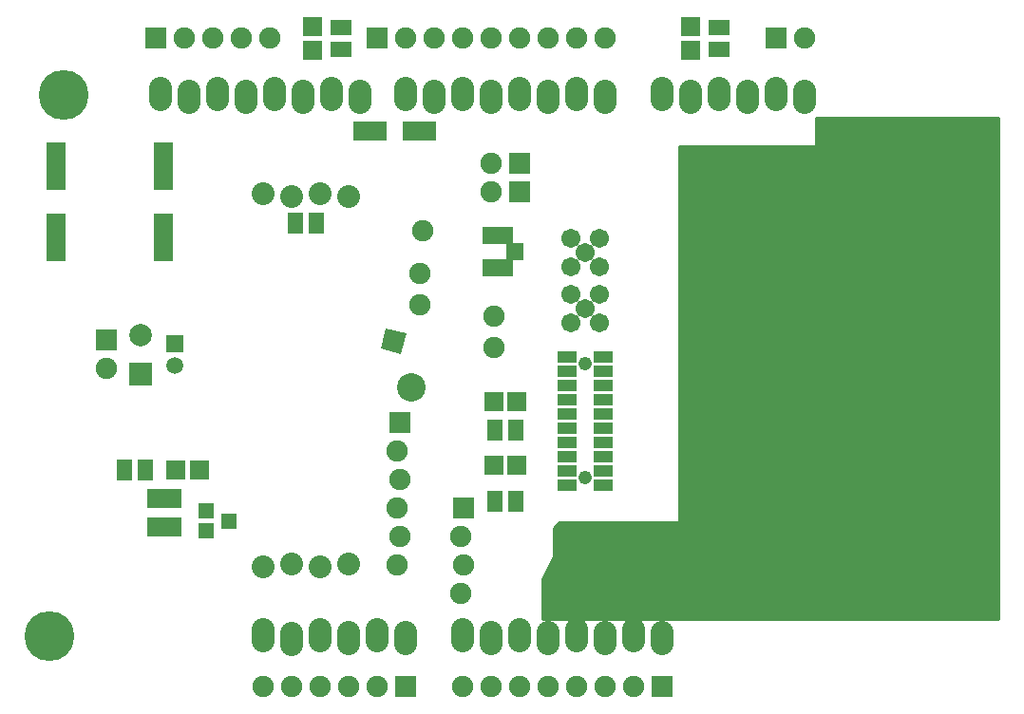
<source format=gts>
G04 (created by PCBNEW-RS274X (2012-01-10 BZR 3351)-testing) date Thursday, January 26, 2012 09:50:59 PM*
G01*
G70*
G90*
%MOIN*%
G04 Gerber Fmt 3.4, Leading zero omitted, Abs format*
%FSLAX34Y34*%
G04 APERTURE LIST*
%ADD10C,0.006000*%
%ADD11O,0.080000X0.120000*%
%ADD12C,0.175000*%
%ADD13R,0.059400X0.059400*%
%ADD14C,0.059400*%
%ADD15R,0.079100X0.079100*%
%ADD16C,0.079100*%
%ADD17C,0.100000*%
%ADD18R,0.075000X0.075000*%
%ADD19C,0.075000*%
%ADD20R,0.045000X0.070000*%
%ADD21R,0.067200X0.169600*%
%ADD22R,0.055000X0.075000*%
%ADD23R,0.075000X0.055000*%
%ADD24R,0.067200X0.067200*%
%ADD25C,0.080000*%
%ADD26C,0.067200*%
%ADD27R,0.070000X0.040000*%
%ADD28C,0.177500*%
%ADD29C,0.047600*%
%ADD30R,0.120000X0.070000*%
%ADD31R,0.061300X0.059400*%
%ADD32R,0.106600X0.061300*%
%ADD33R,0.056000X0.056000*%
%ADD34C,0.010000*%
G04 APERTURE END LIST*
G54D10*
G54D11*
X27000Y20050D03*
X28000Y19950D03*
X29000Y20050D03*
X30000Y19950D03*
X31000Y20050D03*
X32000Y19950D03*
X27000Y00950D03*
X26000Y01050D03*
X25000Y00950D03*
X24000Y01050D03*
X23000Y00950D03*
X20000Y01050D03*
X21000Y00950D03*
X22000Y01050D03*
X18000Y00950D03*
X17000Y01050D03*
X16000Y00950D03*
X14000Y00900D03*
X13000Y01050D03*
X25000Y19950D03*
X24000Y20050D03*
X23000Y19950D03*
X22000Y20050D03*
X21000Y19950D03*
X20000Y20050D03*
X19000Y19950D03*
X18000Y20050D03*
X16400Y19950D03*
X15400Y20050D03*
X14400Y19950D03*
X13400Y20050D03*
X12400Y19950D03*
X11400Y20050D03*
X10400Y19950D03*
X09400Y20050D03*
X15000Y01050D03*
G54D12*
X06000Y20000D03*
X05500Y01000D03*
G54D13*
X09900Y11294D03*
G54D14*
X09900Y10506D03*
G54D15*
X08700Y10211D03*
G54D16*
X08700Y11589D03*
G54D17*
X18200Y09750D03*
G54D18*
X20050Y05500D03*
G54D19*
X19950Y04500D03*
X20050Y03500D03*
X19950Y02500D03*
G54D18*
X17800Y08500D03*
G54D19*
X17700Y07500D03*
X17800Y06500D03*
X17700Y05500D03*
X17800Y04500D03*
X17700Y03500D03*
G54D20*
X16400Y18750D03*
X16750Y18750D03*
X17100Y18750D03*
X18150Y18750D03*
X18500Y18750D03*
X18850Y18750D03*
G54D21*
X09500Y17500D03*
X09500Y15000D03*
X05750Y17500D03*
X05750Y15000D03*
G54D22*
X14875Y15500D03*
X14125Y15500D03*
G54D23*
X29000Y22375D03*
X29000Y21625D03*
G54D22*
X08875Y06850D03*
X08125Y06850D03*
X21125Y08250D03*
X21875Y08250D03*
X21125Y05750D03*
X21875Y05750D03*
G54D23*
X15750Y22375D03*
X15750Y21625D03*
G54D24*
X28000Y21587D03*
X28000Y22413D03*
X10763Y06850D03*
X09937Y06850D03*
X21913Y09250D03*
X21087Y09250D03*
X21913Y07000D03*
X21087Y07000D03*
X14750Y21587D03*
X14750Y22413D03*
G54D25*
X16000Y03550D03*
X15000Y03450D03*
X14000Y03550D03*
X13000Y03450D03*
X13000Y16550D03*
X14000Y16450D03*
X15000Y16550D03*
X16000Y16450D03*
G54D26*
X23793Y12024D03*
X24797Y12024D03*
X24797Y13024D03*
X23793Y13024D03*
X24297Y12524D03*
G54D27*
X24932Y10815D03*
X24932Y10315D03*
X24932Y09815D03*
X24932Y09315D03*
X24932Y08815D03*
X24932Y08315D03*
X24932Y07815D03*
X24932Y07315D03*
X24932Y06815D03*
X24932Y06315D03*
X23661Y06315D03*
X23661Y06815D03*
X23661Y07315D03*
X23661Y07815D03*
X23661Y08315D03*
X23661Y08815D03*
X23661Y09315D03*
X23661Y09815D03*
X23661Y10315D03*
X23661Y10815D03*
G54D28*
X23832Y02583D03*
X37808Y18134D03*
G54D26*
X24297Y14493D03*
X23793Y14993D03*
X24797Y14993D03*
X24797Y13993D03*
X23793Y13993D03*
G54D29*
X24297Y10563D03*
X24297Y06563D03*
G54D30*
X09550Y05850D03*
X09550Y04850D03*
G54D18*
X22000Y16600D03*
G54D19*
X21000Y16600D03*
G54D18*
X22000Y17600D03*
G54D19*
X21000Y17600D03*
G54D10*
G36*
X17847Y10909D02*
X17123Y11103D01*
X17317Y11827D01*
X18041Y11633D01*
X17847Y10909D01*
X17847Y10909D01*
G37*
G54D19*
X18618Y15232D03*
G54D18*
X17000Y22000D03*
G54D19*
X18000Y22000D03*
X19000Y22000D03*
X20000Y22000D03*
X21000Y22000D03*
X22000Y22000D03*
X23000Y22000D03*
X24000Y22000D03*
X25000Y22000D03*
G54D18*
X31000Y22000D03*
G54D19*
X32000Y22000D03*
G54D31*
X21841Y14500D03*
G54D32*
X21250Y15071D03*
X21250Y13929D03*
G54D33*
X11000Y04700D03*
X11000Y05400D03*
X11800Y05050D03*
G54D18*
X07500Y11400D03*
G54D19*
X07500Y10400D03*
X18501Y12650D03*
X21099Y11150D03*
X18501Y13750D03*
X21099Y12250D03*
G54D18*
X27000Y-00750D03*
G54D19*
X26000Y-00750D03*
X25000Y-00750D03*
X24000Y-00750D03*
X23000Y-00750D03*
X22000Y-00750D03*
X21000Y-00750D03*
X20000Y-00750D03*
G54D18*
X18000Y-00750D03*
G54D19*
X17000Y-00750D03*
X16000Y-00750D03*
X15000Y-00750D03*
X14000Y-00750D03*
X13000Y-00750D03*
G54D18*
X09250Y22000D03*
G54D19*
X10250Y22000D03*
X11250Y22000D03*
X12250Y22000D03*
X13250Y22000D03*
G54D10*
G36*
X38800Y01600D02*
X38800Y19200D01*
X32400Y19200D01*
X32400Y18200D01*
X27600Y18200D01*
X27600Y05000D01*
X23400Y05000D01*
X23200Y04800D01*
X23200Y03800D01*
X22800Y03000D01*
X22800Y01600D01*
X38800Y01600D01*
X38800Y01600D01*
G37*
G54D34*
X38800Y01600D02*
X38800Y19200D01*
X32400Y19200D01*
X32400Y18200D01*
X27600Y18200D01*
X27600Y05000D01*
X23400Y05000D01*
X23200Y04800D01*
X23200Y03800D01*
X22800Y03000D01*
X22800Y01600D01*
X38800Y01600D01*
M02*

</source>
